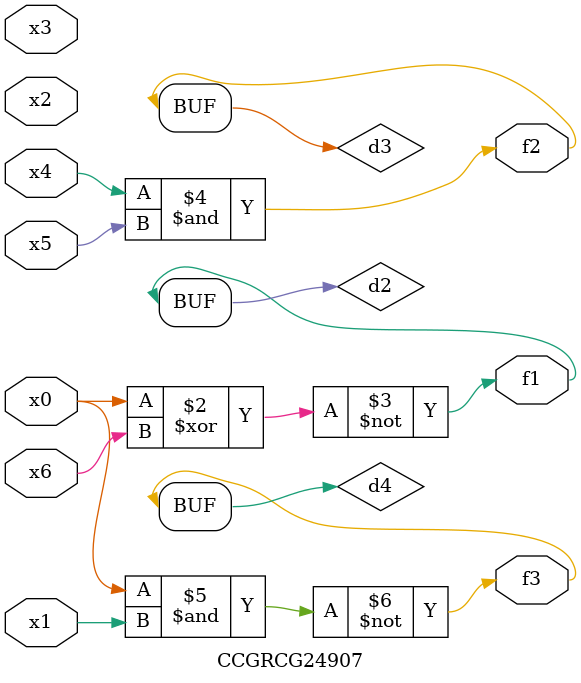
<source format=v>
module CCGRCG24907(
	input x0, x1, x2, x3, x4, x5, x6,
	output f1, f2, f3
);

	wire d1, d2, d3, d4;

	nor (d1, x0);
	xnor (d2, x0, x6);
	and (d3, x4, x5);
	nand (d4, x0, x1);
	assign f1 = d2;
	assign f2 = d3;
	assign f3 = d4;
endmodule

</source>
